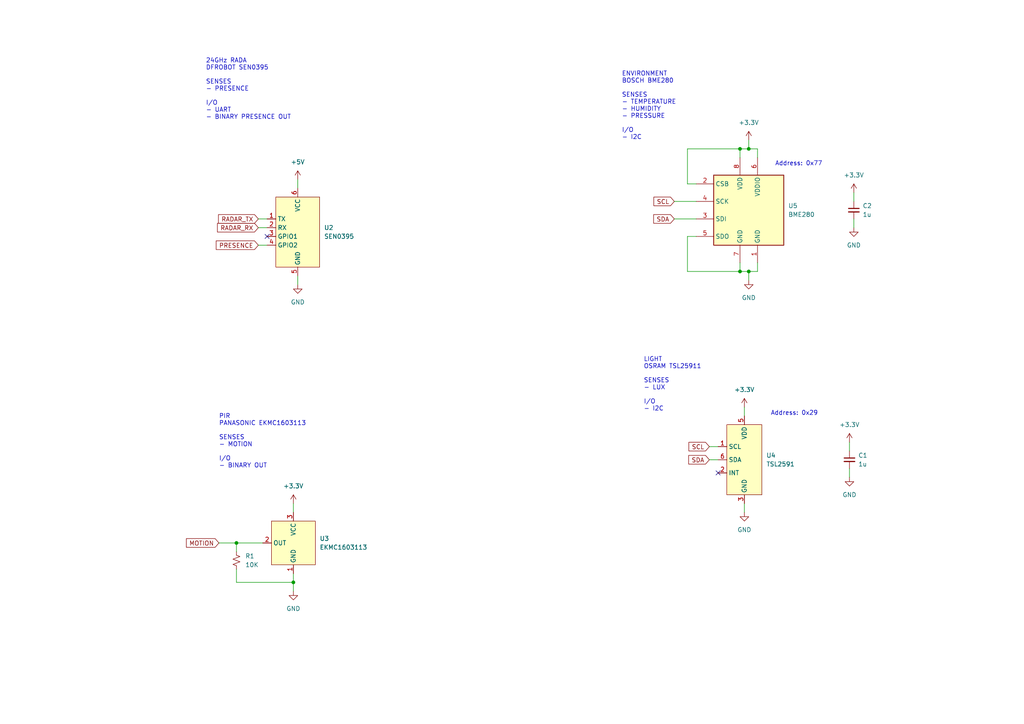
<source format=kicad_sch>
(kicad_sch (version 20211123) (generator eeschema)
  (paper "A4")
  (title_block (title "ESPHome MultiPresence Sensor") (rev "1.0") (comment 1 "Sensors"))
  (lib_symbols
    (symbol "Device:C_Small" (pin_numbers hide) (pin_names (offset 0.254) hide)
      (property "Reference" "C" (at 0.254 1.778 0))
      (property "Value" "C_Small" (at 0.254 -2.032 0))
      (symbol "C_Small_0_1"
        (polyline (pts (xy -1.524 -0.508) (xy 1.524 -0.508)) (stroke (width 0.3302)))
        (polyline (pts (xy -1.524 0.508) (xy 1.524 0.508)) (stroke (width 0.3048)))
      )
      (symbol "C_Small_1_1"
        (pin passive line (at 0 2.54 270) (length 2.032) (name "~") (number "1"))
        (pin passive line (at 0 -2.54 90) (length 2.032) (name "~") (number "2"))
      )
    )
    (symbol "Device:R_Small_US" (pin_numbers hide) (pin_names (offset 0.254) hide)
      (property "Reference" "R" (at 0.762 0.508 0))
      (property "Value" "R_Small_US" (at 0.762 -1.016 0))
      (symbol "R_Small_US_1_1"
        (polyline (pts (xy 0 0) (xy 1.016 -0.381) (xy 0 -0.762) (xy -1.016 -1.143) (xy 0 -1.524)))
        (polyline (pts (xy 0 1.524) (xy 1.016 1.143) (xy 0 0.762) (xy -1.016 0.381) (xy 0 0)))
        (pin passive line (at 0 2.54 270) (length 1.016) (name "~") (number "1"))
        (pin passive line (at 0 -2.54 90) (length 1.016) (name "~") (number "2"))
      )
    )
    (symbol "My Symbols:EKMxxxxxxxxx"
      (property "Reference" "U" (at 5.08 -2.54 0))
      (property "Value" "EKMxxxxxxxxx" (at 5.08 0 0))
      (symbol "EKMxxxxxxxxx_0_1"
        (rectangle (start -6.35 -6.35) (end 6.35 -19.05) (fill (type background)))
      )
      (symbol "EKMxxxxxxxxx_1_1"
        (pin input line (at 0 -21.59 90) (length 2.54) (name "GND") (number "1"))
        (pin input line (at -8.89 -12.7 0) (length 2.54) (name "OUT") (number "2"))
        (pin input line (at 0 -3.81 270) (length 2.54) (name "VCC") (number "3"))
      )
    )
    (symbol "My Symbols:SEN0395"
      (property "Reference" "U" (at 5.08 -2.54 0))
      (property "Value" "SEN0395" (at 5.08 0 0))
      (symbol "SEN0395_0_1"
        (rectangle (start -6.35 -6.35) (end 6.35 -26.67) (fill (type background)))
      )
      (symbol "SEN0395_1_1"
        (pin input line (at -8.89 -12.7 0) (length 2.54) (name "TX") (number "1"))
        (pin input line (at -8.89 -15.24 0) (length 2.54) (name "RX") (number "2"))
        (pin input line (at -8.89 -17.78 0) (length 2.54) (name "GPIO1") (number "3"))
        (pin input line (at -8.89 -20.32 0) (length 2.54) (name "GPIO2") (number "4"))
        (pin input line (at 0 -29.21 90) (length 2.54) (name "GND") (number "5"))
        (pin input line (at 0 -3.81 270) (length 2.54) (name "VCC") (number "6"))
        (pin input line (at 8.89 -15.24 180) (length 2.54) hide (name "NC1") (number "7"))
        (pin input line (at 8.89 -17.78 180) (length 2.54) hide (name "NC2") (number "8"))
      )
    )
    (symbol "My Symbols:TSL2591"
      (property "Reference" "U" (at 3.81 -15.24 0))
      (property "Value" "TSL2591" (at 3.81 -12.7 0))
      (symbol "TSL2591_0_1"
        (rectangle (start -5.08 -17.78) (end 5.08 -38.1) (fill (type background)))
      )
      (symbol "TSL2591_1_1"
        (pin input line (at -7.62 -24.13 0) (length 2.54) (name "SCL") (number "1"))
        (pin input line (at -7.62 -31.75 0) (length 2.54) (name "INT") (number "2"))
        (pin input line (at 0 -40.64 90) (length 2.54) (name "GND") (number "3"))
        (pin input line (at 7.62 -27.94 180) (length 2.54) hide (name "NC") (number "4"))
        (pin input line (at 0 -15.24 270) (length 2.54) (name "VDD") (number "5"))
        (pin input line (at -7.62 -27.94 0) (length 2.54) (name "SDA") (number "6"))
      )
    )
    (symbol "Sensor:BME280"
      (property "Reference" "U?" (at 11.43 1.27 0))
      (property "Value" "BME280" (at 11.43 -1.27 0))
      (symbol "BME280_0_1"
        (rectangle (start -10.16 10.16) (end 10.16 -10.16) (stroke (width 0.254)) (fill (type background)))
      )
      (symbol "BME280_1_1"
        (pin power_in line (at -2.54 -15.24 90) (length 5.08) (name "GND") (number "1"))
        (pin input line (at 15.24 7.62 180) (length 5.08) (name "CSB") (number "2"))
        (pin bidirectional line (at 15.24 -2.54 180) (length 5.08) (name "SDI") (number "3"))
        (pin input line (at 15.24 2.54 180) (length 5.08) (name "SCK") (number "4"))
        (pin bidirectional line (at 15.24 -7.62 180) (length 5.08) (name "SDO") (number "5"))
        (pin power_in line (at -2.54 15.24 270) (length 5.08) (name "VDDIO") (number "6"))
        (pin power_in line (at 2.54 -15.24 90) (length 5.08) (name "GND") (number "7"))
        (pin power_in line (at 2.54 15.24 270) (length 5.08) (name "VDD") (number "8"))
      )
    )
    (symbol "power:+3.3V" (power) (pin_names (offset 0))
      (property "Value" "+3.3V" (at 0 3.556 0))
      (symbol "+3.3V_0_1"
        (polyline (pts (xy -0.762 1.27) (xy 0 2.54)))
        (polyline (pts (xy 0 0) (xy 0 2.54)))
        (polyline (pts (xy 0 2.54) (xy 0.762 1.27)))
      )
      (symbol "+3.3V_1_1"
        (pin power_in line (at 0 0 90) (length 0) hide (name "+3.3V") (number "1"))
      )
    )
    (symbol "power:+5V" (power) (pin_names (offset 0))
      (property "Value" "+5V" (at 0 3.556 0))
      (symbol "+5V_0_1"
        (polyline (pts (xy -0.762 1.27) (xy 0 2.54)))
        (polyline (pts (xy 0 0) (xy 0 2.54)))
        (polyline (pts (xy 0 2.54) (xy 0.762 1.27)))
      )
      (symbol "+5V_1_1"
        (pin power_in line (at 0 0 90) (length 0) hide (name "+5V") (number "1"))
      )
    )
    (symbol "power:GND" (power) (pin_names (offset 0))
      (property "Value" "GND" (at 0 -3.81 0))
      (symbol "GND_0_1"
        (polyline (pts (xy 0 0) (xy 0 -1.27) (xy 1.27 -1.27) (xy 0 -2.54) (xy -1.27 -1.27) (xy 0 -1.27)))
      )
      (symbol "GND_1_1"
        (pin power_in line (at 0 0 270) (length 0) hide (name "GND") (number "1"))
      )
    )
  )
  (junction (at 68.58 157.48))
  (junction (at 217.17 43.18))
  (junction (at 214.63 43.18))
  (junction (at 217.17 78.74))
  (junction (at 214.63 78.74))
  (junction (at 85.09 168.91))
  (no_connect (at 77.47 68.58))
  (no_connect (at 208.28 137.16))
  (wire (pts (xy 199.39 78.74) (xy 214.63 78.74)))
  (wire (pts (xy 246.38 135.89) (xy 246.38 138.43)))
  (wire (pts (xy 195.58 63.5) (xy 201.93 63.5)))
  (wire (pts (xy 74.93 71.12) (xy 77.47 71.12)))
  (wire (pts (xy 217.17 40.64) (xy 217.17 43.18)))
  (wire (pts (xy 247.65 55.88) (xy 247.65 58.42)))
  (wire (pts (xy 217.17 43.18) (xy 219.71 43.18)))
  (wire (pts (xy 217.17 81.28) (xy 217.17 78.74)))
  (wire (pts (xy 205.74 129.54) (xy 208.28 129.54)))
  (wire (pts (xy 247.65 63.5) (xy 247.65 66.04)))
  (wire (pts (xy 85.09 146.05) (xy 85.09 148.59)))
  (wire (pts (xy 74.93 66.04) (xy 77.47 66.04)))
  (wire (pts (xy 86.36 52.07) (xy 86.36 54.61)))
  (wire (pts (xy 68.58 165.1) (xy 68.58 168.91)))
  (wire (pts (xy 214.63 78.74) (xy 217.17 78.74)))
  (wire (pts (xy 214.63 45.72) (xy 214.63 43.18)))
  (wire (pts (xy 85.09 168.91) (xy 85.09 166.37)))
  (wire (pts (xy 85.09 171.45) (xy 85.09 168.91)))
  (wire (pts (xy 246.38 128.27) (xy 246.38 130.81)))
  (wire (pts (xy 217.17 78.74) (xy 219.71 78.74)))
  (wire (pts (xy 201.93 53.34) (xy 199.39 53.34)))
  (wire (pts (xy 214.63 43.18) (xy 217.17 43.18)))
  (wire (pts (xy 68.58 157.48) (xy 76.2 157.48)))
  (wire (pts (xy 68.58 168.91) (xy 85.09 168.91)))
  (wire (pts (xy 219.71 76.2) (xy 219.71 78.74)))
  (wire (pts (xy 219.71 43.18) (xy 219.71 45.72)))
  (wire (pts (xy 215.9 118.11) (xy 215.9 120.65)))
  (wire (pts (xy 214.63 76.2) (xy 214.63 78.74)))
  (wire (pts (xy 68.58 157.48) (xy 68.58 160.02)))
  (wire (pts (xy 74.93 63.5) (xy 77.47 63.5)))
  (wire (pts (xy 205.74 133.35) (xy 208.28 133.35)))
  (wire (pts (xy 195.58 58.42) (xy 201.93 58.42)))
  (wire (pts (xy 199.39 68.58) (xy 199.39 78.74)))
  (wire (pts (xy 199.39 43.18) (xy 214.63 43.18)))
  (wire (pts (xy 215.9 146.05) (xy 215.9 148.59)))
  (wire (pts (xy 201.93 68.58) (xy 199.39 68.58)))
  (wire (pts (xy 86.36 82.55) (xy 86.36 80.01)))
  (wire (pts (xy 199.39 43.18) (xy 199.39 53.34)))
  (wire (pts (xy 63.5 157.48) (xy 68.58 157.48)))
  (text "\nPIR\nPANASONIC EKMC1603113\n\nSENSES\n- MOTION\n\nI/O\n- BINARY OUT\n" (at 63.5 135.89 0) (effects (font (size 1.27 1.27)) (justify left bottom)))
  (text "Address: 0x77" (at 224.79 48.26 0) (effects (font (size 1.27 1.27)) (justify left bottom)))
  (text "ENVIRONMENT\nBOSCH BME280\n\nSENSES\n- TEMPERATURE\n- HUMIDITY\n- PRESSURE\n\nI/O\n- I2C" (at 180.34 40.64 0) (effects (font (size 1.27 1.27)) (justify left bottom)))
  (text "24GHz RADA\nDFROBOT SEN0395\n\nSENSES\n- PRESENCE\n\nI/O\n- UART\n- BINARY PRESENCE OUT\n\n" (at 59.69 36.83 0) (effects (font (size 1.27 1.27)) (justify left bottom)))
  (text "Address: 0x29\n" (at 223.52 120.65 0) (effects (font (size 1.27 1.27)) (justify left bottom)))
  (text "LIGHT\nOSRAM TSL25911\n\nSENSES\n- LUX\n\nI/O\n- I2C" (at 186.69 119.38 0) (effects (font (size 1.27 1.27)) (justify left bottom)))
  (global_label "SDA" (shape input) (at 195.58 63.5 180) (property "Intersheet References" "${INTERSHEET_REFS}" (effects hide)))
  (global_label "RADAR_RX" (shape input) (at 74.93 66.04 180) (property "Intersheet References" "${INTERSHEET_REFS}" (effects hide)))
  (global_label "SCL" (shape input) (at 205.74 129.54 180) (property "Intersheet References" "${INTERSHEET_REFS}" (effects hide)))
  (global_label "SCL" (shape input) (at 195.58 58.42 180) (property "Intersheet References" "${INTERSHEET_REFS}" (effects hide)))
  (global_label "PRESENCE" (shape input) (at 74.93 71.12 180) (property "Intersheet References" "${INTERSHEET_REFS}" (effects hide)))
  (global_label "RADAR_TX" (shape input) (at 74.93 63.5 180) (property "Intersheet References" "${INTERSHEET_REFS}" (effects hide)))
  (global_label "MOTION" (shape input) (at 63.5 157.48 180) (property "Intersheet References" "${INTERSHEET_REFS}" (effects hide)))
  (global_label "SDA" (shape input) (at 205.74 133.35 180) (property "Intersheet References" "${INTERSHEET_REFS}" (effects hide)))
  (symbol (lib_id "Sensor:BME280") (at 217.17 60.96 0) (mirror y) (unit 1)
    (property "Reference" "U5" (at 228.6 59.69 0) (effects (justify right)))
    (property "Value" "BME280" (at 228.6 62.23 0) (effects (justify right)))
    (property "Footprint" "Package_LGA:Bosch_LGA-8_2.5x2.5mm_P0.65mm_ClockwisePinNumbering" (effects hide))
    (property "Datasheet" "https://ae-bst.resource.bosch.com/media/_tech/media/datasheets/BST-BME280-DS002.pdf" (effects hide))
  )
  (symbol (lib_id "Device:C_Small") (at 246.38 133.35 0) (unit 1)
    (property "Reference" "C1" (at 248.92 132.0862 0) (effects (justify left)))
    (property "Value" "1u" (at 248.92 134.6262 0) (effects (justify left)))
    (property "Footprint" "Resistor_SMD:R_0603_1608Metric" (effects hide))
  )
  (symbol (lib_id "power:+3.3V") (at 215.9 118.11 0) (unit 1)
    (property "Reference" "#PWR0109" (effects hide))
    (property "Value" "+3.3V" (at 215.9 113.03 0))
  )
  (symbol (lib_id "power:GND") (at 86.36 82.55 0) (unit 1)
    (property "Reference" "#PWR0103" (effects hide))
    (property "Value" "GND" (at 86.36 87.63 0))
  )
  (symbol (lib_id "power:+3.3V") (at 247.65 55.88 0) (unit 1)
    (property "Reference" "#PWR0105" (effects hide))
    (property "Value" "+3.3V" (at 247.65 50.8 0))
  )
  (symbol (lib_id "power:+3.3V") (at 217.17 40.64 0) (unit 1)
    (property "Reference" "#PWR0107" (effects hide))
    (property "Value" "+3.3V" (at 217.17 35.56 0))
  )
  (symbol (lib_id "Device:C_Small") (at 247.65 60.96 0) (unit 1)
    (property "Reference" "C2" (at 250.19 59.6962 0) (effects (justify left)))
    (property "Value" "1u" (at 250.19 62.2362 0) (effects (justify left)))
    (property "Footprint" "Resistor_SMD:R_0603_1608Metric" (effects hide))
  )
  (symbol (lib_id "power:+3.3V") (at 246.38 128.27 0) (unit 1)
    (property "Reference" "#PWR0112" (effects hide))
    (property "Value" "+3.3V" (at 246.38 123.19 0))
  )
  (symbol (lib_id "My Symbols:TSL2591") (at 215.9 105.41 0) (unit 1)
    (property "Reference" "U4" (at 222.25 132.0799 0) (effects (justify left)))
    (property "Value" "TSL2591" (at 222.25 134.6199 0) (effects (justify left)))
    (property "Footprint" "My Footprints:ODFN-6" (effects hide))
    (property "Datasheet" "https://www.mouser.com/datasheet/2/588/TSL2591_DS000338_6_00-1623895.pdf" (effects hide))
  )
  (symbol (lib_id "My Symbols:SEN0395") (at 86.36 50.8 0) (unit 1)
    (property "Reference" "U2" (at 93.98 66.0399 0) (effects (justify left)))
    (property "Value" "SEN0395" (at 93.98 68.5799 0) (effects (justify left)))
    (property "Footprint" "My Footprints:SEN0395" (effects hide))
    (property "Datasheet" "https://wiki.dfrobot.com/mmWave_Radar_Human_Presence_Detection_SKU_SEN0395" (effects hide))
  )
  (symbol (lib_id "power:GND") (at 247.65 66.04 0) (unit 1)
    (property "Reference" "#PWR0106" (effects hide))
    (property "Value" "GND" (at 247.65 71.12 0))
  )
  (symbol (lib_id "power:GND") (at 246.38 138.43 0) (unit 1)
    (property "Reference" "#PWR0111" (effects hide))
    (property "Value" "GND" (at 246.38 143.51 0))
  )
  (symbol (lib_id "power:GND") (at 215.9 148.59 0) (unit 1)
    (property "Reference" "#PWR0110" (effects hide))
    (property "Value" "GND" (at 215.9 153.67 0))
  )
  (symbol (lib_id "Device:R_Small_US") (at 68.58 162.56 0) (unit 1)
    (property "Reference" "R1" (at 71.12 161.2899 0) (effects (justify left)))
    (property "Value" "10K" (at 71.12 163.8299 0) (effects (justify left)))
    (property "Footprint" "Resistor_SMD:R_0603_1608Metric" (effects hide))
  )
  (symbol (lib_id "power:+3.3V") (at 85.09 146.05 0) (unit 1)
    (property "Reference" "#PWR0101" (effects hide))
    (property "Value" "+3.3V" (at 85.09 140.97 0))
  )
  (symbol (lib_id "My Symbols:EKMxxxxxxxxx") (at 85.09 144.78 0) (unit 1)
    (property "Reference" "U3" (at 92.71 156.2099 0) (effects (justify left)))
    (property "Value" "EKMC1603113" (at 92.71 158.7499 0) (effects (justify left)))
    (property "Footprint" "My Footprints:EKMxxxxxxxxx" (effects hide))
    (property "Datasheet" "https://www.mouser.com/datasheet/2/315/PANA_S_A0009105372_1-2560853.pdf" (effects hide))
  )
  (symbol (lib_id "power:+5V") (at 86.36 52.07 0) (unit 1)
    (property "Reference" "#PWR0102" (effects hide))
    (property "Value" "+5V" (at 86.36 46.99 0))
  )
  (symbol (lib_id "power:GND") (at 85.09 171.45 0) (unit 1)
    (property "Reference" "#PWR0104" (effects hide))
    (property "Value" "GND" (at 85.09 176.53 0))
  )
  (symbol (lib_id "power:GND") (at 217.17 81.28 0) (unit 1)
    (property "Reference" "#PWR0108" (effects hide))
    (property "Value" "GND" (at 217.17 86.36 0))
  )
)
</source>
